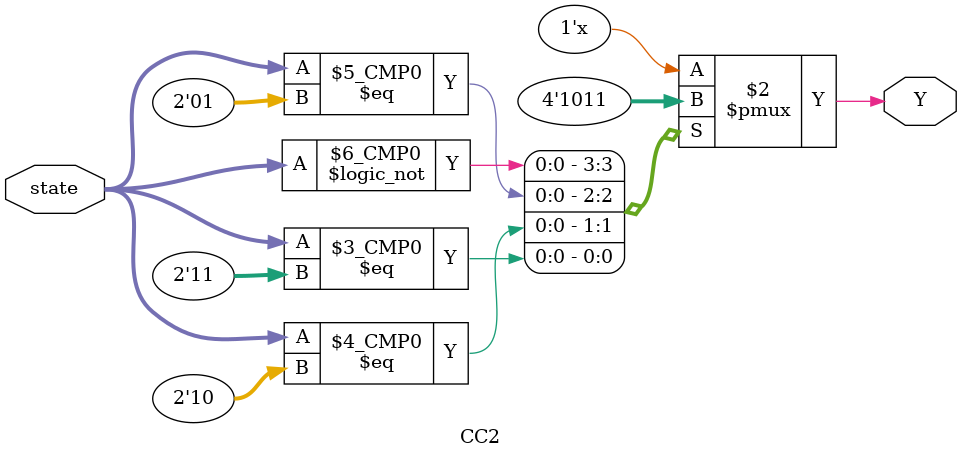
<source format=sv>
`timescale 1ns / 1ps


module FSM1(
    input logic reset,
    input logic A,
    input logic clk,
    output logic Y,
    output logic [1:0] state
    );
    logic [1:0] next_state;
    
    CC1 c1(A, state, next_state);
    CC2 c2(state, Y);
    
    always_ff @(posedge clk)
        if (~reset) state <= next_state;
        else state <= 2'b00;    
endmodule
module CC1(
    input logic A,
    input logic [1:0] state,
    output logic [1:0] next_state
);

    always_comb
        case(state)
            2'b00: begin
                if (A == 1) next_state = 2'b01;
                else next_state = 2'b00;
            end
            2'b01: begin
                if (A == 1) next_state = 2'b10;
                else next_state = 2'b11;
            end
            2'b10: begin
                if (A == 1) next_state = 2'b11;
                else next_state = 2'b10;
            end
            2'b11: begin
                if (A == 1) next_state = 2'b00;
                else next_state = 2'b10;
            end
            default: next_state = 2'b00;
        endcase
endmodule

module CC2 (
    input logic [1:0] state,
    output logic Y
);
    always_comb
        case(state)
            2'b00: Y = 1;
            2'b01: Y = 0;
            2'b10: Y = 1;
            2'b11: Y = 1;
        endcase
endmodule

</source>
